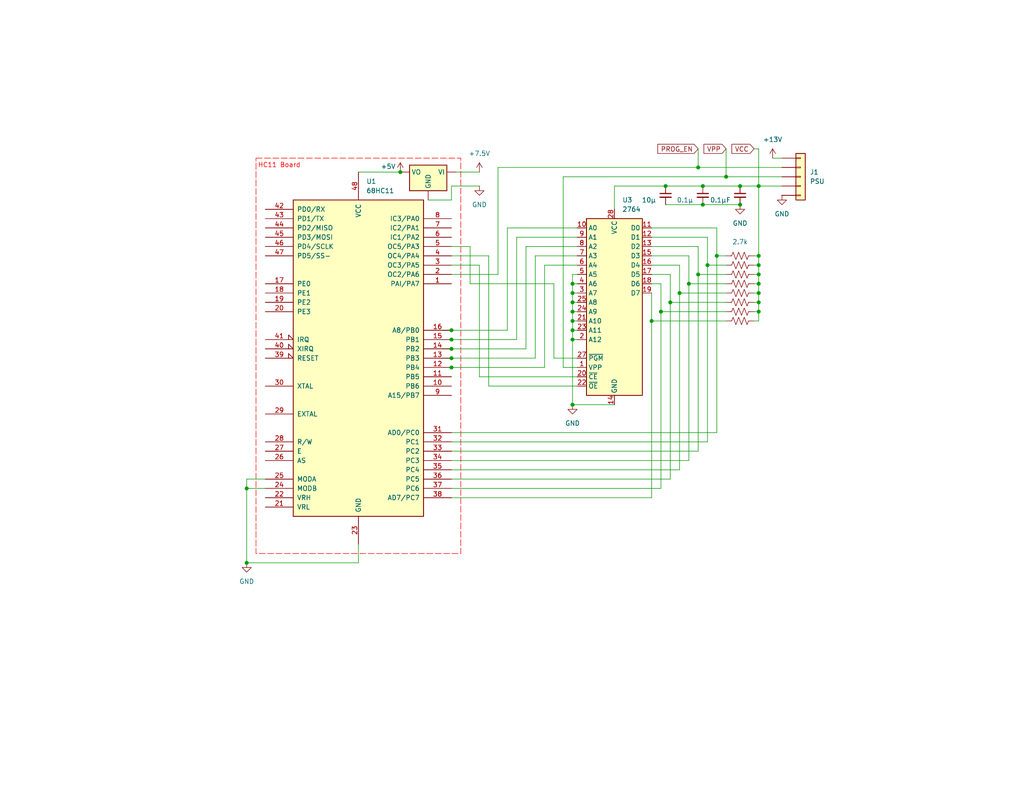
<source format=kicad_sch>
(kicad_sch (version 20250114) (generator "eeschema") (generator_version "9.0")
  (paper "USLetter")
  (title_block (title "CEMICRO Final Project") (date "2025-11-18") (rev "2") (comment 1 "2764 EEPROM Programmer"))
  (lib_symbols
    (symbol "Connector_Generic:Conn_01x05" (pin_numbers (hide yes)) (pin_names (offset 1.016) (hide yes))
      (property "Reference" "J" (at 0 7.62 0))
      (property "Value" "Conn_01x05" (at 0 -7.62 0))
      (symbol "Conn_01x05_1_1"
        (rectangle (start -1.27 6.35) (end 1.27 -6.35) (stroke (width 0.254)) (fill (type background)))
        (rectangle (start -1.27 5.207) (end 0 4.953) (stroke (width 0.1524)))
        (rectangle (start -1.27 2.667) (end 0 2.413) (stroke (width 0.1524)))
        (rectangle (start -1.27 0.127) (end 0 -0.127) (stroke (width 0.1524)))
        (rectangle (start -1.27 -2.413) (end 0 -2.667) (stroke (width 0.1524)))
        (rectangle (start -1.27 -4.953) (end 0 -5.207) (stroke (width 0.1524)))
        (pin passive line (at -5.08 5.08 0) (length 3.81) (name "Pin_1") (number "1"))
        (pin passive line (at -5.08 2.54 0) (length 3.81) (name "Pin_2") (number "2"))
        (pin passive line (at -5.08 0 0) (length 3.81) (name "Pin_3") (number "3"))
        (pin passive line (at -5.08 -2.54 0) (length 3.81) (name "Pin_4") (number "4"))
        (pin passive line (at -5.08 -5.08 0) (length 3.81) (name "Pin_5") (number "5"))
      )
    )
    (symbol "Device:C_Small" (pin_numbers (hide yes)) (pin_names (offset 0.254) (hide yes))
      (property "Reference" "C" (at 0.254 1.778 0))
      (property "Value" "C_Small" (at 0.254 -2.032 0))
      (symbol "C_Small_0_1"
        (polyline (pts (xy -1.524 0.508) (xy 1.524 0.508)) (stroke (width 0.3048)))
        (polyline (pts (xy -1.524 -0.508) (xy 1.524 -0.508)) (stroke (width 0.3302)))
      )
      (symbol "C_Small_1_1"
        (pin passive line (at 0 2.54 270) (length 2.032) (name "~") (number "1"))
        (pin passive line (at 0 -2.54 90) (length 2.032) (name "~") (number "2"))
      )
    )
    (symbol "Device:R_US" (pin_numbers (hide yes)) (pin_names (offset 0))
      (property "Reference" "R" (at 2.54 0 90))
      (property "Value" "R_US" (at -2.54 0 90))
      (symbol "R_US_0_1"
        (polyline (pts (xy 0 2.286) (xy 0 2.54)))
        (polyline (pts (xy 0 2.286) (xy 1.016 1.905) (xy 0 1.524) (xy -1.016 1.143) (xy 0 0.762)))
        (polyline (pts (xy 0 0.762) (xy 1.016 0.381) (xy 0 0) (xy -1.016 -0.381) (xy 0 -0.762)))
        (polyline (pts (xy 0 -0.762) (xy 1.016 -1.143) (xy 0 -1.524) (xy -1.016 -1.905) (xy 0 -2.286)))
        (polyline (pts (xy 0 -2.286) (xy 0 -2.54)))
      )
      (symbol "R_US_1_1"
        (pin passive line (at 0 3.81 270) (length 1.27) (name "~") (number "1"))
        (pin passive line (at 0 -3.81 90) (length 1.27) (name "~") (number "2"))
      )
    )
    (symbol "MCU_NXP_HC11:68HC11" (pin_names (offset 1.016))
      (property "Reference" "U" (at 5.08 45.72 0))
      (property "Value" "68HC11" (at 8.89 -45.72 0))
      (symbol "68HC11_0_1"
        (rectangle (start -17.78 -43.18) (end 17.78 43.18) (stroke (width 0.254)) (fill (type background)))
      )
      (symbol "68HC11_1_1"
        (pin input line (at -25.4 40.64 0) (length 7.62) (name "PD0/RX") (number "42"))
        (pin input line (at -25.4 38.1 0) (length 7.62) (name "PD1/TX") (number "43"))
        (pin input line (at -25.4 35.56 0) (length 7.62) (name "PD2/MISO") (number "44"))
        (pin input line (at -25.4 33.02 0) (length 7.62) (name "PD3/MOSI") (number "45"))
        (pin input line (at -25.4 30.48 0) (length 7.62) (name "PD4/SCLK") (number "46"))
        (pin input line (at -25.4 27.94 0) (length 7.62) (name "PD5/SS-") (number "47"))
        (pin input line (at -25.4 20.32 0) (length 7.62) (name "PE0") (number "17"))
        (pin input line (at -25.4 17.78 0) (length 7.62) (name "PE1") (number "18"))
        (pin input line (at -25.4 15.24 0) (length 7.62) (name "PE2") (number "19"))
        (pin input line (at -25.4 12.7 0) (length 7.62) (name "PE3") (number "20"))
        (pin input input_low (at -25.4 5.08 0) (length 7.62) (name "IRQ") (number "41"))
        (pin input input_low (at -25.4 2.54 0) (length 7.62) (name "XIRQ") (number "40"))
        (pin input input_low (at -25.4 0 0) (length 7.62) (name "RESET") (number "39"))
        (pin output line (at -25.4 -7.62 0) (length 7.62) (name "XTAL") (number "30"))
        (pin input line (at -25.4 -15.24 0) (length 7.62) (name "EXTAL") (number "29"))
        (pin output line (at -25.4 -22.86 0) (length 7.62) (name "R/W") (number "28"))
        (pin output line (at -25.4 -25.4 0) (length 7.62) (name "E") (number "27"))
        (pin output line (at -25.4 -27.94 0) (length 7.62) (name "AS") (number "26"))
        (pin input line (at -25.4 -33.02 0) (length 7.62) (name "MODA") (number "25"))
        (pin input line (at -25.4 -35.56 0) (length 7.62) (name "MODB") (number "24"))
        (pin passive line (at -25.4 -38.1 0) (length 7.62) (name "VRH") (number "22"))
        (pin passive line (at -25.4 -40.64 0) (length 7.62) (name "VRL") (number "21"))
        (pin power_in line (at 0 50.8 270) (length 7.62) (name "VCC") (number "48"))
        (pin power_in line (at 0 -50.8 90) (length 7.62) (name "GND") (number "23"))
        (pin input line (at 25.4 38.1 180) (length 7.62) (name "IC3/PA0") (number "8"))
        (pin input line (at 25.4 35.56 180) (length 7.62) (name "IC2/PA1") (number "7"))
        (pin input line (at 25.4 33.02 180) (length 7.62) (name "IC1/PA2") (number "6"))
        (pin output line (at 25.4 30.48 180) (length 7.62) (name "OC5/PA3") (number "5"))
        (pin output line (at 25.4 27.94 180) (length 7.62) (name "OC4/PA4") (number "4"))
        (pin output line (at 25.4 25.4 180) (length 7.62) (name "OC3/PA5") (number "3"))
        (pin output line (at 25.4 22.86 180) (length 7.62) (name "OC2/PA6") (number "2"))
        (pin input line (at 25.4 20.32 180) (length 7.62) (name "PAI/PA7") (number "1"))
        (pin output line (at 25.4 7.62 180) (length 7.62) (name "A8/PB0") (number "16"))
        (pin output line (at 25.4 5.08 180) (length 7.62) (name "PB1") (number "15"))
        (pin output line (at 25.4 2.54 180) (length 7.62) (name "PB2") (number "14"))
        (pin output line (at 25.4 0 180) (length 7.62) (name "PB3") (number "13"))
        (pin output line (at 25.4 -2.54 180) (length 7.62) (name "PB4") (number "12"))
        (pin output line (at 25.4 -5.08 180) (length 7.62) (name "PB5") (number "11"))
        (pin output line (at 25.4 -7.62 180) (length 7.62) (name "PB6") (number "10"))
        (pin output line (at 25.4 -10.16 180) (length 7.62) (name "A15/PB7") (number "9"))
        (pin tri_state line (at 25.4 -20.32 180) (length 7.62) (name "AD0/PC0") (number "31"))
        (pin tri_state line (at 25.4 -22.86 180) (length 7.62) (name "PC1") (number "32"))
        (pin tri_state line (at 25.4 -25.4 180) (length 7.62) (name "PC2") (number "33"))
        (pin tri_state line (at 25.4 -27.94 180) (length 7.62) (name "PC3") (number "34"))
        (pin tri_state line (at 25.4 -30.48 180) (length 7.62) (name "PC4") (number "35"))
        (pin tri_state line (at 25.4 -33.02 180) (length 7.62) (name "PC5") (number "36"))
        (pin tri_state line (at 25.4 -35.56 180) (length 7.62) (name "PC6") (number "37"))
        (pin tri_state line (at 25.4 -38.1 180) (length 7.62) (name "AD7/PC7") (number "38"))
      )
    )
    (symbol "Memory_EPROM:2764"
      (property "Reference" "U" (at -7.62 24.13 0))
      (property "Value" "2764" (at 2.54 -26.67 0))
      (symbol "2764_1_1"
        (rectangle (start -7.62 22.86) (end 7.62 -25.4) (stroke (width 0.254)) (fill (type background)))
        (pin input line (at -10.16 20.32 0) (length 2.54) (name "A0") (number "10"))
        (pin input line (at -10.16 17.78 0) (length 2.54) (name "A1") (number "9"))
        (pin input line (at -10.16 15.24 0) (length 2.54) (name "A2") (number "8"))
        (pin input line (at -10.16 12.7 0) (length 2.54) (name "A3") (number "7"))
        (pin input line (at -10.16 10.16 0) (length 2.54) (name "A4") (number "6"))
        (pin input line (at -10.16 7.62 0) (length 2.54) (name "A5") (number "5"))
        (pin input line (at -10.16 5.08 0) (length 2.54) (name "A6") (number "4"))
        (pin input line (at -10.16 2.54 0) (length 2.54) (name "A7") (number "3"))
        (pin input line (at -10.16 0 0) (length 2.54) (name "A8") (number "25"))
        (pin input line (at -10.16 -2.54 0) (length 2.54) (name "A9") (number "24"))
        (pin input line (at -10.16 -5.08 0) (length 2.54) (name "A10") (number "21"))
        (pin input line (at -10.16 -7.62 0) (length 2.54) (name "A11") (number "23"))
        (pin input line (at -10.16 -10.16 0) (length 2.54) (name "A12") (number "2"))
        (pin input line (at -10.16 -15.24 0) (length 2.54) (name "~{PGM}") (number "27"))
        (pin input line (at -10.16 -17.78 0) (length 2.54) (name "VPP") (number "1"))
        (pin input line (at -10.16 -20.32 0) (length 2.54) (name "~{CE}") (number "20"))
        (pin input line (at -10.16 -22.86 0) (length 2.54) (name "~{OE}") (number "22"))
        (pin power_in line (at 0 25.4 270) (length 2.54) (name "VCC") (number "28"))
        (pin power_in line (at 0 -27.94 90) (length 2.54) (name "GND") (number "14"))
        (pin no_connect line (at 7.62 0 180) (length 2.54) (hide yes) (name "NC") (number "26"))
        (pin tri_state line (at 10.16 20.32 180) (length 2.54) (name "D0") (number "11"))
        (pin tri_state line (at 10.16 17.78 180) (length 2.54) (name "D1") (number "12"))
        (pin tri_state line (at 10.16 15.24 180) (length 2.54) (name "D2") (number "13"))
        (pin tri_state line (at 10.16 12.7 180) (length 2.54) (name "D3") (number "15"))
        (pin tri_state line (at 10.16 10.16 180) (length 2.54) (name "D4") (number "16"))
        (pin tri_state line (at 10.16 7.62 180) (length 2.54) (name "D5") (number "17"))
        (pin tri_state line (at 10.16 5.08 180) (length 2.54) (name "D6") (number "18"))
        (pin tri_state line (at 10.16 2.54 180) (length 2.54) (name "D7") (number "19"))
      )
    )
    (symbol "Regulator_Linear:AMS1117-5.0" (pin_numbers (hide yes))
      (property "Reference" "U" (at -3.81 3.175 0))
      (property "Value" "AMS1117-5.0" (at 0 3.175 0))
      (symbol "AMS1117-5.0_0_1"
        (rectangle (start -5.08 -5.08) (end 5.08 1.905) (stroke (width 0.254)) (fill (type background)))
      )
      (symbol "AMS1117-5.0_1_1"
        (pin power_in line (at -7.62 0 0) (length 2.54) (name "VI") (number "3"))
        (pin power_in line (at 0 -7.62 90) (length 2.54) (name "GND") (number "1"))
        (pin power_out line (at 7.62 0 180) (length 2.54) (name "VO") (number "2"))
      )
    )
    (symbol "power:+5V" (power) (pin_numbers (hide yes)) (pin_names (offset 0) (hide yes))
      (property "Value" "+5V" (at 0 3.556 0))
      (symbol "+5V_0_1"
        (polyline (pts (xy -0.762 1.27) (xy 0 2.54)))
        (polyline (pts (xy 0 2.54) (xy 0.762 1.27)))
        (polyline (pts (xy 0 0) (xy 0 2.54)))
      )
      (symbol "+5V_1_1"
        (pin power_in line (at 0 0 90) (length 0) (name "~") (number "1"))
      )
    )
    (symbol "power:+7.5V" (power) (pin_numbers (hide yes)) (pin_names (offset 0) (hide yes))
      (property "Value" "+7.5V" (at 0 3.556 0))
      (symbol "+7.5V_0_1"
        (polyline (pts (xy -0.762 1.27) (xy 0 2.54)))
        (polyline (pts (xy 0 2.54) (xy 0.762 1.27)))
        (polyline (pts (xy 0 0) (xy 0 2.54)))
      )
      (symbol "+7.5V_1_1"
        (pin power_in line (at 0 0 90) (length 0) (name "~") (number "1"))
      )
    )
    (symbol "power:GND" (power) (pin_numbers (hide yes)) (pin_names (offset 0) (hide yes))
      (property "Value" "GND" (at 0 -3.81 0))
      (symbol "GND_0_1"
        (polyline (pts (xy 0 0) (xy 0 -1.27) (xy 1.27 -1.27) (xy 0 -2.54) (xy -1.27 -1.27) (xy 0 -1.27)))
      )
      (symbol "GND_1_1"
        (pin power_in line (at 0 0 270) (length 0) (name "~") (number "1"))
      )
    )
  )
  (text "HC11 Board" (at 70.358 45.212 0) (effects (font (size 1.27 1.27)) (justify left)))
  (junction (at 187.96 77.47))
  (junction (at 195.58 69.85))
  (junction (at 123.19 90.17))
  (junction (at 201.93 50.8))
  (junction (at 207.01 85.09))
  (junction (at 156.21 110.49))
  (junction (at 190.5 74.93))
  (junction (at 123.19 100.33))
  (junction (at 123.19 97.79))
  (junction (at 109.22 46.99))
  (junction (at 207.01 82.55))
  (junction (at 177.8 87.63))
  (junction (at 201.93 55.88))
  (junction (at 123.19 92.71))
  (junction (at 191.77 55.88))
  (junction (at 156.21 77.47))
  (junction (at 156.21 80.01))
  (junction (at 193.04 72.39))
  (junction (at 182.88 82.55))
  (junction (at 67.31 153.67))
  (junction (at 207.01 69.85))
  (junction (at 156.21 82.55))
  (junction (at 190.5 45.72))
  (junction (at 207.01 74.93))
  (junction (at 180.34 85.09))
  (junction (at 185.42 80.01))
  (junction (at 207.01 77.47))
  (junction (at 156.21 87.63))
  (junction (at 207.01 80.01))
  (junction (at 156.21 85.09))
  (junction (at 156.21 90.17))
  (junction (at 123.19 95.25))
  (junction (at 198.12 48.26))
  (junction (at 207.01 72.39))
  (junction (at 67.31 133.35))
  (junction (at 191.77 50.8))
  (junction (at 207.01 50.8))
  (junction (at 181.61 50.8))
  (junction (at 156.21 92.71))
  (wire (pts (xy 156.21 90.17) (xy 156.21 92.71)))
  (wire (pts (xy 207.01 74.93) (xy 207.01 77.47)))
  (wire (pts (xy 135.89 45.72) (xy 135.89 74.93)))
  (wire (pts (xy 67.31 133.35) (xy 67.31 153.67)))
  (wire (pts (xy 156.21 87.63) (xy 156.21 90.17)))
  (wire (pts (xy 190.5 67.31) (xy 177.8 67.31)))
  (wire (pts (xy 156.21 85.09) (xy 156.21 87.63)))
  (wire (pts (xy 190.5 74.93) (xy 190.5 123.19)))
  (wire (pts (xy 182.88 82.55) (xy 182.88 130.81)))
  (wire (pts (xy 133.35 69.85) (xy 133.35 105.41)))
  (wire (pts (xy 190.5 45.72) (xy 213.36 45.72)))
  (wire (pts (xy 198.12 69.85) (xy 195.58 69.85)))
  (wire (pts (xy 120.65 95.25) (xy 123.19 95.25)))
  (wire (pts (xy 207.01 69.85) (xy 207.01 72.39)))
  (wire (pts (xy 97.79 46.99) (xy 109.22 46.99)))
  (wire (pts (xy 182.88 82.55) (xy 198.12 82.55)))
  (wire (pts (xy 182.88 74.93) (xy 182.88 82.55)))
  (wire (pts (xy 207.01 72.39) (xy 207.01 74.93)))
  (wire (pts (xy 123.19 133.35) (xy 180.34 133.35)))
  (wire (pts (xy 67.31 133.35) (xy 72.39 133.35)))
  (wire (pts (xy 207.01 80.01) (xy 207.01 82.55)))
  (wire (pts (xy 205.74 77.47) (xy 207.01 77.47)))
  (wire (pts (xy 151.13 77.47) (xy 128.27 77.47)))
  (wire (pts (xy 156.21 77.47) (xy 157.48 77.47)))
  (wire (pts (xy 207.01 40.64) (xy 207.01 50.8)))
  (wire (pts (xy 120.65 97.79) (xy 123.19 97.79)))
  (wire (pts (xy 148.59 72.39) (xy 157.48 72.39)))
  (wire (pts (xy 156.21 82.55) (xy 156.21 85.09)))
  (wire (pts (xy 123.19 123.19) (xy 190.5 123.19)))
  (wire (pts (xy 205.74 85.09) (xy 207.01 85.09)))
  (wire (pts (xy 116.84 54.61) (xy 123.19 54.61)))
  (wire (pts (xy 138.43 90.17) (xy 138.43 62.23)))
  (wire (pts (xy 198.12 48.26) (xy 153.67 48.26)))
  (wire (pts (xy 193.04 72.39) (xy 198.12 72.39)))
  (wire (pts (xy 156.21 80.01) (xy 156.21 82.55)))
  (wire (pts (xy 123.19 100.33) (xy 148.59 100.33)))
  (wire (pts (xy 167.64 50.8) (xy 181.61 50.8)))
  (wire (pts (xy 123.19 118.11) (xy 195.58 118.11)))
  (wire (pts (xy 207.01 85.09) (xy 207.01 82.55)))
  (wire (pts (xy 135.89 45.72) (xy 190.5 45.72)))
  (wire (pts (xy 151.13 97.79) (xy 157.48 97.79)))
  (wire (pts (xy 138.43 62.23) (xy 157.48 62.23)))
  (wire (pts (xy 201.93 50.8) (xy 207.01 50.8)))
  (wire (pts (xy 207.01 77.47) (xy 207.01 80.01)))
  (wire (pts (xy 146.05 97.79) (xy 146.05 69.85)))
  (wire (pts (xy 153.67 48.26) (xy 153.67 100.33)))
  (wire (pts (xy 156.21 92.71) (xy 157.48 92.71)))
  (wire (pts (xy 72.39 130.81) (xy 67.31 130.81)))
  (wire (pts (xy 120.65 92.71) (xy 123.19 92.71)))
  (wire (pts (xy 123.19 90.17) (xy 138.43 90.17)))
  (wire (pts (xy 193.04 72.39) (xy 193.04 120.65)))
  (wire (pts (xy 180.34 77.47) (xy 177.8 77.47)))
  (wire (pts (xy 177.8 87.63) (xy 177.8 135.89)))
  (wire (pts (xy 205.74 40.64) (xy 207.01 40.64)))
  (wire (pts (xy 157.48 74.93) (xy 156.21 74.93)))
  (wire (pts (xy 180.34 85.09) (xy 180.34 133.35)))
  (wire (pts (xy 123.19 130.81) (xy 182.88 130.81)))
  (wire (pts (xy 130.81 102.87) (xy 157.48 102.87)))
  (wire (pts (xy 205.74 69.85) (xy 207.01 69.85)))
  (wire (pts (xy 207.01 85.09) (xy 207.01 87.63)))
  (wire (pts (xy 207.01 50.8) (xy 207.01 69.85)))
  (wire (pts (xy 123.19 54.61) (xy 123.19 50.8)))
  (wire (pts (xy 167.64 50.8) (xy 167.64 57.15)))
  (wire (pts (xy 156.21 110.49) (xy 167.64 110.49)))
  (wire (pts (xy 185.42 72.39) (xy 185.42 80.01)))
  (wire (pts (xy 205.74 87.63) (xy 207.01 87.63)))
  (wire (pts (xy 120.65 90.17) (xy 123.19 90.17)))
  (wire (pts (xy 140.97 64.77) (xy 157.48 64.77)))
  (wire (pts (xy 185.42 80.01) (xy 198.12 80.01)))
  (wire (pts (xy 156.21 87.63) (xy 157.48 87.63)))
  (wire (pts (xy 67.31 130.81) (xy 67.31 133.35)))
  (wire (pts (xy 156.21 80.01) (xy 157.48 80.01)))
  (wire (pts (xy 123.19 128.27) (xy 185.42 128.27)))
  (wire (pts (xy 190.5 67.31) (xy 190.5 74.93)))
  (wire (pts (xy 187.96 69.85) (xy 177.8 69.85)))
  (wire (pts (xy 123.19 125.73) (xy 187.96 125.73)))
  (wire (pts (xy 190.5 40.64) (xy 190.5 45.72)))
  (wire (pts (xy 156.21 82.55) (xy 157.48 82.55)))
  (wire (pts (xy 198.12 40.64) (xy 198.12 48.26)))
  (wire (pts (xy 148.59 100.33) (xy 148.59 72.39)))
  (wire (pts (xy 156.21 77.47) (xy 156.21 80.01)))
  (wire (pts (xy 193.04 64.77) (xy 177.8 64.77)))
  (wire (pts (xy 120.65 100.33) (xy 123.19 100.33)))
  (wire (pts (xy 123.19 72.39) (xy 130.81 72.39)))
  (wire (pts (xy 140.97 92.71) (xy 140.97 64.77)))
  (wire (pts (xy 177.8 74.93) (xy 182.88 74.93)))
  (wire (pts (xy 177.8 87.63) (xy 198.12 87.63)))
  (wire (pts (xy 195.58 69.85) (xy 195.58 118.11)))
  (wire (pts (xy 181.61 55.88) (xy 191.77 55.88)))
  (wire (pts (xy 156.21 85.09) (xy 157.48 85.09)))
  (wire (pts (xy 123.19 135.89) (xy 177.8 135.89)))
  (wire (pts (xy 97.79 153.67) (xy 97.79 148.59)))
  (wire (pts (xy 143.51 95.25) (xy 143.51 67.31)))
  (wire (pts (xy 180.34 85.09) (xy 198.12 85.09)))
  (wire (pts (xy 187.96 77.47) (xy 187.96 125.73)))
  (wire (pts (xy 187.96 77.47) (xy 198.12 77.47)))
  (wire (pts (xy 123.19 97.79) (xy 146.05 97.79)))
  (wire (pts (xy 205.74 82.55) (xy 207.01 82.55)))
  (wire (pts (xy 181.61 50.8) (xy 191.77 50.8)))
  (wire (pts (xy 210.82 43.18) (xy 213.36 43.18)))
  (wire (pts (xy 67.31 153.67) (xy 97.79 153.67)))
  (wire (pts (xy 191.77 55.88) (xy 201.93 55.88)))
  (wire (pts (xy 123.19 92.71) (xy 140.97 92.71)))
  (wire (pts (xy 128.27 67.31) (xy 123.19 67.31)))
  (wire (pts (xy 205.74 72.39) (xy 207.01 72.39)))
  (wire (pts (xy 191.77 50.8) (xy 201.93 50.8)))
  (wire (pts (xy 143.51 67.31) (xy 157.48 67.31)))
  (wire (pts (xy 123.19 95.25) (xy 143.51 95.25)))
  (wire (pts (xy 185.42 72.39) (xy 177.8 72.39)))
  (wire (pts (xy 177.8 62.23) (xy 195.58 62.23)))
  (wire (pts (xy 151.13 77.47) (xy 151.13 97.79)))
  (wire (pts (xy 123.19 120.65) (xy 193.04 120.65)))
  (wire (pts (xy 123.19 69.85) (xy 133.35 69.85)))
  (wire (pts (xy 130.81 72.39) (xy 130.81 102.87)))
  (wire (pts (xy 185.42 80.01) (xy 185.42 128.27)))
  (wire (pts (xy 205.74 74.93) (xy 207.01 74.93)))
  (wire (pts (xy 153.67 100.33) (xy 157.48 100.33)))
  (wire (pts (xy 124.46 46.99) (xy 130.81 46.99)))
  (wire (pts (xy 193.04 64.77) (xy 193.04 72.39)))
  (wire (pts (xy 123.19 50.8) (xy 130.81 50.8)))
  (wire (pts (xy 156.21 74.93) (xy 156.21 77.47)))
  (wire (pts (xy 180.34 77.47) (xy 180.34 85.09)))
  (wire (pts (xy 205.74 80.01) (xy 207.01 80.01)))
  (wire (pts (xy 195.58 62.23) (xy 195.58 69.85)))
  (wire (pts (xy 128.27 77.47) (xy 128.27 67.31)))
  (wire (pts (xy 190.5 74.93) (xy 198.12 74.93)))
  (wire (pts (xy 133.35 105.41) (xy 157.48 105.41)))
  (wire (pts (xy 198.12 48.26) (xy 213.36 48.26)))
  (wire (pts (xy 187.96 69.85) (xy 187.96 77.47)))
  (wire (pts (xy 135.89 74.93) (xy 123.19 74.93)))
  (wire (pts (xy 156.21 90.17) (xy 157.48 90.17)))
  (wire (pts (xy 177.8 80.01) (xy 177.8 87.63)))
  (wire (pts (xy 146.05 69.85) (xy 157.48 69.85)))
  (wire (pts (xy 156.21 92.71) (xy 156.21 110.49)))
  (wire (pts (xy 207.01 50.8) (xy 213.36 50.8)))
  (global_label "VCC" (shape input) (at 205.74 40.64 180) (property "Intersheetrefs" "${INTERSHEET_REFS}" (effects (hide yes))))
  (global_label "PROG_EN" (shape input) (at 190.5 40.64 180) (property "Intersheetrefs" "${INTERSHEET_REFS}" (effects (hide yes))))
  (global_label "VPP" (shape input) (at 198.12 40.64 180) (property "Intersheetrefs" "${INTERSHEET_REFS}" (effects (hide yes))))
  (rule_area (polyline (pts (xy 69.85 43.18) (xy 125.73 43.18) (xy 125.73 151.13) (xy 69.85 151.13)) (stroke (width 0) (type dash))))
  (symbol (lib_id "Device:R_US") (at 201.93 77.47 90) (unit 1)
    (property "Reference" "R12" (effects (hide yes)))
    (property "Value" "2.7k" (effects (hide yes)))
    (property "Description" "Resistor, US symbol" (effects (hide yes)))
  )
  (symbol (lib_id "Device:C_Small") (at 191.77 53.34 0) (mirror y) (unit 1)
    (property "Reference" "C2" (effects (hide yes)))
    (property "Value" "0.1μ" (at 189.23 54.6162 0) (effects (justify left)))
    (property "Description" "Unpolarized capacitor, small symbol" (effects (hide yes)))
  )
  (symbol (lib_id "Device:R_US") (at 201.93 87.63 90) (unit 1)
    (property "Reference" "R16" (effects (hide yes)))
    (property "Value" "2.7k" (effects (hide yes)))
    (property "Description" "Resistor, US symbol" (effects (hide yes)))
  )
  (symbol (lib_id "power:GND") (at 67.31 153.67 0) (unit 1)
    (property "Reference" "#PWR01" (effects (hide yes)))
    (property "Value" "GND" (at 67.31 158.75 0))
    (property "Description" "Power symbol creates a global label with name \"GND\" , ground" (effects (hide yes)))
  )
  (symbol (lib_id "MCU_NXP_HC11:68HC11") (at 97.79 97.79 0) (unit 1)
    (property "Reference" "U1" (at 99.9333 49.53 0) (effects (justify left)))
    (property "Value" "68HC11" (at 99.9333 52.07 0) (effects (justify left)))
    (property "Description" "HC11 Microcontroller" (effects (hide yes)))
  )
  (symbol (lib_id "Device:R_US") (at 201.93 74.93 90) (unit 1)
    (property "Reference" "R11" (effects (hide yes)))
    (property "Value" "2.7k" (effects (hide yes)))
    (property "Description" "Resistor, US symbol" (effects (hide yes)))
  )
  (symbol (lib_id "Device:R_US") (at 201.93 69.85 90) (unit 1)
    (property "Reference" "R9" (effects (hide yes)))
    (property "Value" "2.7k" (at 201.93 66.04 90))
    (property "Description" "Resistor, US symbol" (effects (hide yes)))
  )
  (symbol (lib_id "Regulator_Linear:AMS1117-5.0") (at 116.84 46.99 0) (mirror y) (unit 1)
    (property "Reference" "U6" (effects (hide yes)))
    (property "Value" "AMS1117-5.0" (effects (hide yes)))
    (property "Footprint" "Package_TO_SOT_SMD:SOT-223-3_TabPin2" (effects (hide yes)))
    (property "Datasheet" "http://www.advanced-monolithic.com/pdf/ds1117.pdf" (effects (hide yes)))
    (property "Description" "1A Low Dropout regulator, positive, 5.0V fixed output, SOT-223" (effects (hide yes)))
  )
  (symbol (lib_id "power:+7.5V") (at 130.81 46.99 0) (unit 1)
    (property "Reference" "#PWR08" (effects (hide yes)))
    (property "Value" "+7.5V" (at 130.81 41.91 0))
    (property "Description" "Power symbol creates a global label with name \"+7.5V\"" (effects (hide yes)))
  )
  (symbol (lib_id "Device:C_Small") (at 181.61 53.34 0) (mirror y) (unit 1)
    (property "Reference" "C3" (effects (hide yes)))
    (property "Value" "10μ" (at 179.07 54.6162 0) (effects (justify left)))
    (property "Description" "Unpolarized capacitor, small symbol" (effects (hide yes)))
  )
  (symbol (lib_id "Connector_Generic:Conn_01x05") (at 218.44 48.26 0) (unit 1)
    (property "Reference" "J1" (at 220.98 46.9899 0) (effects (justify left)))
    (property "Value" "PSU" (at 220.98 49.5299 0) (effects (justify left)))
    (property "Description" "Generic connector, single row, 01x05, script generated (kicad-library-utils/schlib/autogen/connector/)" (effects (hide yes)))
  )
  (symbol (lib_id "power:GND") (at 156.21 110.49 0) (unit 1)
    (property "Reference" "#PWR03" (effects (hide yes)))
    (property "Value" "GND" (at 156.21 115.57 0))
    (property "Description" "Power symbol creates a global label with name \"GND\" , ground" (effects (hide yes)))
  )
  (symbol (lib_id "Device:R_US") (at 201.93 72.39 90) (unit 1)
    (property "Reference" "R10" (effects (hide yes)))
    (property "Value" "2.7k" (effects (hide yes)))
    (property "Description" "Resistor, US symbol" (effects (hide yes)))
  )
  (symbol (lib_id "Device:R_US") (at 201.93 85.09 90) (unit 1)
    (property "Reference" "R15" (effects (hide yes)))
    (property "Value" "2.7k" (effects (hide yes)))
    (property "Description" "Resistor, US symbol" (effects (hide yes)))
  )
  (symbol (lib_id "power:GND") (at 130.81 50.8 0) (unit 1)
    (property "Reference" "#PWR06" (effects (hide yes)))
    (property "Value" "GND" (at 130.81 55.88 0))
    (property "Description" "Power symbol creates a global label with name \"GND\" , ground" (effects (hide yes)))
  )
  (symbol (lib_id "power:+5V") (at 210.82 43.18 0) (unit 1)
    (property "Reference" "#PWR07" (effects (hide yes)))
    (property "Value" "+13V" (at 210.82 38.1 0))
    (property "Description" "Power symbol creates a global label with name \"+5V\"" (effects (hide yes)))
  )
  (symbol (lib_id "power:GND") (at 213.36 53.34 0) (unit 1)
    (property "Reference" "#PWR02" (effects (hide yes)))
    (property "Value" "GND" (at 213.36 58.42 0))
    (property "Description" "Power symbol creates a global label with name \"GND\" , ground" (effects (hide yes)))
  )
  (symbol (lib_id "power:GND") (at 201.93 55.88 0) (unit 1)
    (property "Reference" "#PWR05" (effects (hide yes)))
    (property "Value" "GND" (at 201.93 60.96 0))
    (property "Description" "Power symbol creates a global label with name \"GND\" , ground" (effects (hide yes)))
  )
  (symbol (lib_id "Device:C_Small") (at 201.93 53.34 0) (mirror y) (unit 1)
    (property "Reference" "C1" (effects (hide yes)))
    (property "Value" "0.1μF" (at 199.39 54.6162 0) (effects (justify left)))
    (property "Description" "Unpolarized capacitor, small symbol" (effects (hide yes)))
  )
  (symbol (lib_id "Device:R_US") (at 201.93 80.01 90) (unit 1)
    (property "Reference" "R13" (effects (hide yes)))
    (property "Value" "2.7k" (effects (hide yes)))
    (property "Description" "Resistor, US symbol" (effects (hide yes)))
  )
  (symbol (lib_id "power:+5V") (at 109.22 46.99 0) (unit 1)
    (property "Reference" "#PWR09" (effects (hide yes)))
    (property "Value" "+5V" (at 105.918 45.466 0))
    (property "Description" "Power symbol creates a global label with name \"+5V\"" (effects (hide yes)))
  )
  (symbol (lib_id "Memory_EPROM:2764") (at 167.64 82.55 0) (unit 1)
    (property "Reference" "U3" (at 169.7833 54.61 0) (effects (justify left)))
    (property "Value" "2764" (at 169.7833 57.15 0) (effects (justify left)))
    (property "Footprint" "Package_DIP:DIP-28_W15.24mm" (effects (hide yes)))
    (property "Datasheet" "https://downloads.reactivemicro.com/Electronics/ROM/2764%20EPROM.pdf" (effects (hide yes)))
    (property "Description" "EPROM 64 KiBit, [Obsolete 2000-11]" (effects (hide yes)))
  )
  (symbol (lib_id "Device:R_US") (at 201.93 82.55 90) (unit 1)
    (property "Reference" "R14" (effects (hide yes)))
    (property "Value" "2.7k" (effects (hide yes)))
    (property "Description" "Resistor, US symbol" (effects (hide yes)))
  )
)
</source>
